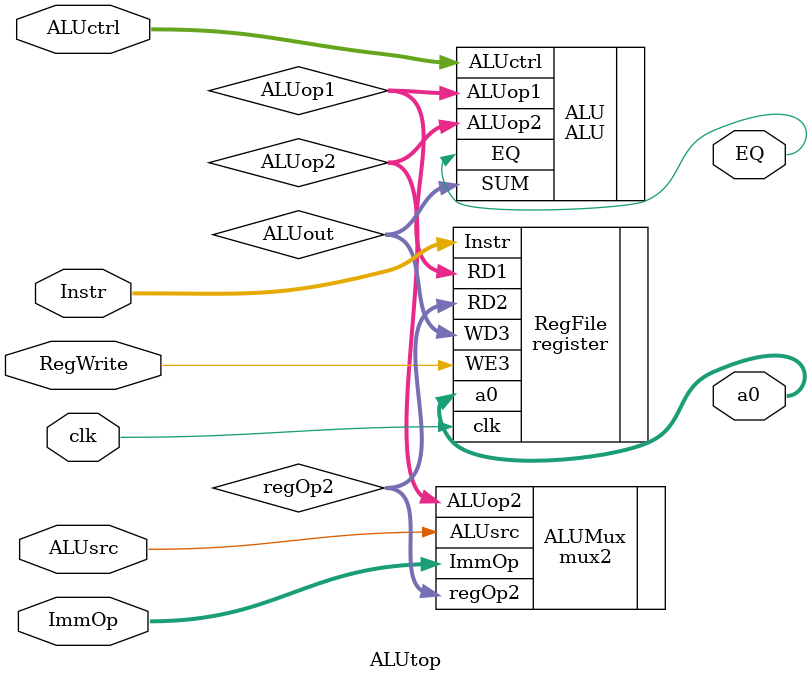
<source format=sv>
module ALUtop #(
    parameter DATA_WIDTH = 32
)(
    input wire clk,
    input wire ALUsrc,
    input wire [2:0] ALUctrl,
    input wire [DATA_WIDTH-1:0] Instr,
    input wire RegWrite,
    input wire [DATA_WIDTH-1:0] ImmOp,
    output wire EQ,
    output wire [DATA_WIDTH-1:0] a0
);

wire [DATA_WIDTH-1:0] ALUout;
wire [DATA_WIDTH-1:0] ALUop1;
wire [DATA_WIDTH-1:0] ALUop2;
wire [DATA_WIDTH-1:0] regOp2;


register RegFile(
.clk(clk),
.Instr(Instr),
.WE3(RegWrite),
.WD3(ALUout),
.RD1(ALUop1),
.RD2(regOp2),
.a0(a0)
);



mux2 ALUMux(
.ALUsrc(ALUsrc),
.regOp2(regOp2),
.ImmOp(ImmOp),
.ALUop2(ALUop2)
);

ALU ALU(
.ALUctrl(ALUctrl),
.ALUop1(ALUop1),
.ALUop2(ALUop2),
.SUM(ALUout),
.EQ(EQ)
);
endmodule

</source>
